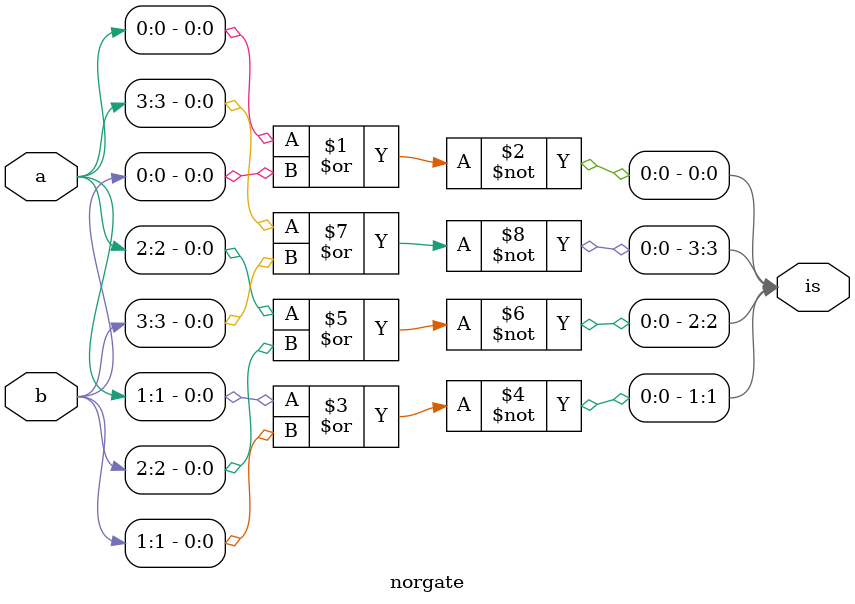
<source format=v>
`timescale 1ns / 1ps
module norgate(a,b,is);
input		[3:0]a;
input		[3:0]b;
output	[3:0]is;

	nor	(is[0],a[0],b[0]);
	nor	(is[1],a[1],b[1]);
	nor	(is[2],a[2],b[2]);
	nor	(is[3],a[3],b[3]);
	
endmodule

</source>
